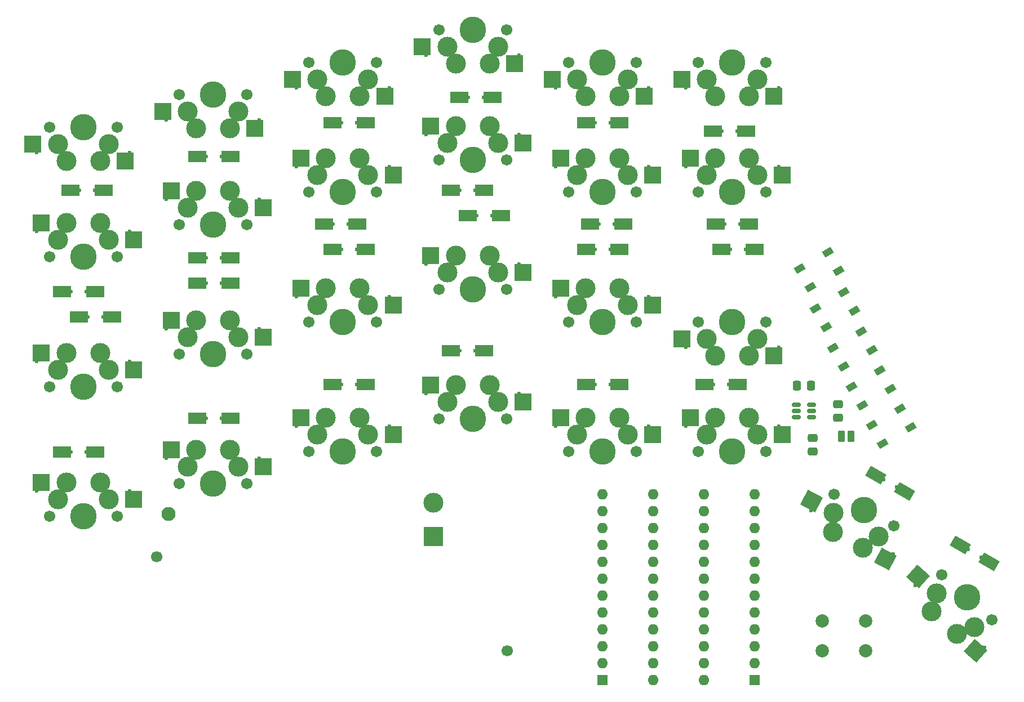
<source format=gbr>
%TF.GenerationSoftware,KiCad,Pcbnew,6.0.5-a6ca702e91~116~ubuntu22.04.1*%
%TF.CreationDate,2022-05-20T13:25:00-05:00*%
%TF.ProjectId,board,626f6172-642e-46b6-9963-61645f706362,rev?*%
%TF.SameCoordinates,Original*%
%TF.FileFunction,Soldermask,Top*%
%TF.FilePolarity,Negative*%
%FSLAX46Y46*%
G04 Gerber Fmt 4.6, Leading zero omitted, Abs format (unit mm)*
G04 Created by KiCad (PCBNEW 6.0.5-a6ca702e91~116~ubuntu22.04.1) date 2022-05-20 13:25:00*
%MOMM*%
%LPD*%
G01*
G04 APERTURE LIST*
G04 Aperture macros list*
%AMRoundRect*
0 Rectangle with rounded corners*
0 $1 Rounding radius*
0 $2 $3 $4 $5 $6 $7 $8 $9 X,Y pos of 4 corners*
0 Add a 4 corners polygon primitive as box body*
4,1,4,$2,$3,$4,$5,$6,$7,$8,$9,$2,$3,0*
0 Add four circle primitives for the rounded corners*
1,1,$1+$1,$2,$3*
1,1,$1+$1,$4,$5*
1,1,$1+$1,$6,$7*
1,1,$1+$1,$8,$9*
0 Add four rect primitives between the rounded corners*
20,1,$1+$1,$2,$3,$4,$5,0*
20,1,$1+$1,$4,$5,$6,$7,0*
20,1,$1+$1,$6,$7,$8,$9,0*
20,1,$1+$1,$8,$9,$2,$3,0*%
%AMRotRect*
0 Rectangle, with rotation*
0 The origin of the aperture is its center*
0 $1 length*
0 $2 width*
0 $3 Rotation angle, in degrees counterclockwise*
0 Add horizontal line*
21,1,$1,$2,0,0,$3*%
G04 Aperture macros list end*
%ADD10C,0.600000*%
%ADD11R,2.700000X1.700000*%
%ADD12RotRect,2.700000X1.700000X330.000000*%
%ADD13O,1.600000X1.600000*%
%ADD14R,1.600000X1.600000*%
%ADD15C,2.000000*%
%ADD16RoundRect,0.160000X-0.350000X-0.170000X0.350000X-0.170000X0.350000X0.170000X-0.350000X0.170000X0*%
%ADD17RotRect,1.500000X1.000000X30.000000*%
%ADD18C,3.000000*%
%ADD19C,3.987800*%
%ADD20C,1.701800*%
%ADD21RotRect,2.550000X2.500000X318.220000*%
%ADD22RotRect,2.550000X2.500000X332.190000*%
%ADD23R,2.550000X2.500000*%
%ADD24RoundRect,0.250000X-0.475000X0.337500X-0.475000X-0.337500X0.475000X-0.337500X0.475000X0.337500X0*%
%ADD25RoundRect,0.250000X-0.337500X-0.475000X0.337500X-0.475000X0.337500X0.475000X-0.337500X0.475000X0*%
%ADD26RoundRect,0.250000X0.475000X-0.337500X0.475000X0.337500X-0.475000X0.337500X-0.475000X-0.337500X0*%
%ADD27RoundRect,0.150000X-0.512500X-0.150000X0.512500X-0.150000X0.512500X0.150000X-0.512500X0.150000X0*%
%ADD28R,3.000000X3.000000*%
%ADD29C,2.110000*%
%ADD30C,1.700000*%
G04 APERTURE END LIST*
D10*
%TO.C,D20*%
X128150000Y-99060000D03*
D11*
X129500000Y-99060000D03*
X124500000Y-99060000D03*
D10*
X125850000Y-99060000D03*
%TD*%
%TO.C,D61*%
X219984071Y-123885000D03*
D12*
X218814936Y-123210000D03*
X223145064Y-125710000D03*
D10*
X221975929Y-125035000D03*
%TD*%
%TO.C,D60*%
X207284071Y-113360000D03*
D12*
X206114936Y-112685000D03*
X210445064Y-115185000D03*
D10*
X209275929Y-114510000D03*
%TD*%
%TO.C,D53*%
X183000000Y-60960000D03*
D11*
X181650000Y-60960000D03*
X186650000Y-60960000D03*
D10*
X185300000Y-60960000D03*
%TD*%
%TO.C,D52*%
X183410000Y-74930000D03*
D11*
X182060000Y-74930000D03*
X187060000Y-74930000D03*
D10*
X185710000Y-74930000D03*
%TD*%
%TO.C,D51*%
X184270000Y-78740000D03*
D11*
X182920000Y-78740000D03*
X187920000Y-78740000D03*
D10*
X186570000Y-78740000D03*
%TD*%
%TO.C,D50*%
X181730000Y-99060000D03*
D11*
X180380000Y-99060000D03*
X185380000Y-99060000D03*
D10*
X184030000Y-99060000D03*
%TD*%
%TO.C,D43*%
X166250000Y-59690000D03*
D11*
X167600000Y-59690000D03*
X162600000Y-59690000D03*
D10*
X163950000Y-59690000D03*
%TD*%
%TO.C,D42*%
X166885000Y-74930000D03*
D11*
X168235000Y-74930000D03*
X163235000Y-74930000D03*
D10*
X164585000Y-74930000D03*
%TD*%
%TO.C,D41*%
X166250000Y-78740000D03*
D11*
X167600000Y-78740000D03*
X162600000Y-78740000D03*
D10*
X163950000Y-78740000D03*
%TD*%
%TO.C,D40*%
X166250000Y-99060000D03*
D11*
X167600000Y-99060000D03*
X162600000Y-99060000D03*
D10*
X163950000Y-99060000D03*
%TD*%
%TO.C,D33*%
X147200000Y-55880000D03*
D11*
X148550000Y-55880000D03*
X143550000Y-55880000D03*
D10*
X144900000Y-55880000D03*
%TD*%
%TO.C,D32*%
X145930000Y-69850000D03*
D11*
X147280000Y-69850000D03*
X142280000Y-69850000D03*
D10*
X143630000Y-69850000D03*
%TD*%
%TO.C,D31*%
X148470000Y-73660000D03*
D11*
X149820000Y-73660000D03*
X144820000Y-73660000D03*
D10*
X146170000Y-73660000D03*
%TD*%
%TO.C,D30*%
X145930000Y-93980000D03*
D11*
X147280000Y-93980000D03*
X142280000Y-93980000D03*
D10*
X143630000Y-93980000D03*
%TD*%
%TO.C,D23*%
X128150000Y-59690000D03*
D11*
X129500000Y-59690000D03*
X124500000Y-59690000D03*
D10*
X125850000Y-59690000D03*
%TD*%
%TO.C,D22*%
X126880000Y-74930000D03*
D11*
X128230000Y-74930000D03*
X123230000Y-74930000D03*
D10*
X124580000Y-74930000D03*
%TD*%
%TO.C,D21*%
X128150000Y-78740000D03*
D11*
X129500000Y-78740000D03*
X124500000Y-78740000D03*
D10*
X125850000Y-78740000D03*
%TD*%
%TO.C,D13*%
X107830000Y-64770000D03*
D11*
X109180000Y-64770000D03*
X104180000Y-64770000D03*
D10*
X105530000Y-64770000D03*
%TD*%
%TO.C,D12*%
X107830000Y-80010000D03*
D11*
X109180000Y-80010000D03*
X104180000Y-80010000D03*
D10*
X105530000Y-80010000D03*
%TD*%
%TO.C,D11*%
X107830000Y-83820000D03*
D11*
X109180000Y-83820000D03*
X104180000Y-83820000D03*
D10*
X105530000Y-83820000D03*
%TD*%
%TO.C,D10*%
X107830000Y-104140000D03*
D11*
X109180000Y-104140000D03*
X104180000Y-104140000D03*
D10*
X105530000Y-104140000D03*
%TD*%
%TO.C,D03*%
X88780000Y-69850000D03*
D11*
X90130000Y-69850000D03*
X85130000Y-69850000D03*
D10*
X86480000Y-69850000D03*
%TD*%
%TO.C,D02*%
X87510000Y-85090000D03*
D11*
X88860000Y-85090000D03*
X83860000Y-85090000D03*
D10*
X85210000Y-85090000D03*
%TD*%
%TO.C,D01*%
X90050000Y-88900000D03*
D11*
X91400000Y-88900000D03*
X86400000Y-88900000D03*
D10*
X87750000Y-88900000D03*
%TD*%
%TO.C,D00*%
X87510000Y-109220000D03*
D11*
X88860000Y-109220000D03*
X83860000Y-109220000D03*
D10*
X85210000Y-109220000D03*
%TD*%
D13*
%TO.C,Nice!NanoV2*%
X180335000Y-143515000D03*
X180335000Y-140975000D03*
X180335000Y-138435000D03*
X180335000Y-135895000D03*
X180335000Y-133355000D03*
X180335000Y-130815000D03*
X180335000Y-128275000D03*
X180335000Y-125735000D03*
X180335000Y-123195000D03*
X180335000Y-120655000D03*
X180335000Y-118115000D03*
X180335000Y-115575000D03*
X165095000Y-115575000D03*
X165095000Y-118115000D03*
X165095000Y-120655000D03*
X165095000Y-123195000D03*
X165095000Y-125735000D03*
X165095000Y-128275000D03*
X165095000Y-130815000D03*
X165095000Y-133355000D03*
X165095000Y-135895000D03*
X165095000Y-138435000D03*
X165095000Y-140975000D03*
D14*
X165095000Y-143515000D03*
%TD*%
D15*
%TO.C,Reset1*%
X204620000Y-134620000D03*
X198120000Y-134620000D03*
X204620000Y-139120000D03*
X198120000Y-139120000D03*
%TD*%
D13*
%TO.C,Nice!NanoV2*%
X172725000Y-143515000D03*
X172725000Y-140975000D03*
X172725000Y-138435000D03*
X172725000Y-135895000D03*
X172725000Y-133355000D03*
X172725000Y-130815000D03*
X172725000Y-128275000D03*
X172725000Y-125735000D03*
X172725000Y-123195000D03*
X172725000Y-120655000D03*
X172725000Y-118115000D03*
X172725000Y-115575000D03*
X187965000Y-115575000D03*
X187965000Y-118115000D03*
X187965000Y-120655000D03*
X187965000Y-123195000D03*
X187965000Y-125735000D03*
X187965000Y-128275000D03*
X187965000Y-130815000D03*
X187965000Y-133355000D03*
X187965000Y-135895000D03*
X187965000Y-138435000D03*
X187965000Y-140975000D03*
D14*
X187965000Y-143515000D03*
%TD*%
D16*
%TO.C,LevelShift1*%
X202440000Y-106349998D03*
X202440000Y-106849998D03*
X202440000Y-107349998D03*
X200940000Y-107349998D03*
X200940000Y-106849998D03*
X200940000Y-106349998D03*
%TD*%
D17*
%TO.C,LED4*%
X198931762Y-79219359D03*
X200531762Y-81990641D03*
X196288238Y-84440641D03*
X194688238Y-81669359D03*
%TD*%
%TO.C,LED3*%
X197089113Y-87682453D03*
X198689113Y-90453735D03*
X202932637Y-88003735D03*
X201332637Y-85232453D03*
%TD*%
%TO.C,LED2*%
X199696251Y-93609032D03*
X201296251Y-96380314D03*
X205539775Y-93930314D03*
X203939775Y-91159032D03*
%TD*%
%TO.C,LED1*%
X202506538Y-99442023D03*
X204106538Y-102213305D03*
X208350062Y-99763305D03*
X206750062Y-96992023D03*
%TD*%
%TO.C,LED0*%
X205516622Y-105174466D03*
X207116622Y-107945748D03*
X211360146Y-105495748D03*
X209760146Y-102724466D03*
%TD*%
D18*
%TO.C,K61*%
X214536924Y-133212550D03*
X220964505Y-135549279D03*
D19*
X219815687Y-131116682D03*
D20*
X216027487Y-127732019D03*
X223603887Y-134501345D03*
D18*
X218325124Y-136597213D03*
X215282206Y-130472285D03*
D21*
X221121531Y-139095734D03*
X212485798Y-127973764D03*
D10*
X222485965Y-138611743D03*
X212068415Y-129303920D03*
%TD*%
%TO.C,K60*%
X196381928Y-118036954D03*
X208738387Y-124554532D03*
D22*
X196465848Y-116645379D03*
X207531153Y-125353601D03*
D18*
X199782721Y-118394908D03*
X204214279Y-123604072D03*
D20*
X208830937Y-120295828D03*
X199844421Y-115555772D03*
D19*
X204337679Y-117925800D03*
D18*
X206522608Y-121949950D03*
X199721022Y-121234044D03*
%TD*%
%TO.C,K53*%
X182020000Y-55720000D03*
X188370000Y-53180000D03*
D19*
X184560000Y-50640000D03*
D20*
X179480000Y-50640000D03*
X189640000Y-50640000D03*
D18*
X187100000Y-55720000D03*
X180750000Y-53180000D03*
D23*
X190850000Y-55720000D03*
X177000000Y-53180000D03*
D10*
X191545000Y-54450000D03*
X177575000Y-54450000D03*
%TD*%
D18*
%TO.C,K52*%
X187100000Y-65060000D03*
X180750000Y-67600000D03*
D19*
X184560000Y-70140000D03*
D20*
X189640000Y-70140000D03*
X179480000Y-70140000D03*
D18*
X182020000Y-65060000D03*
X188370000Y-67600000D03*
D23*
X178270000Y-65060000D03*
X192120000Y-67600000D03*
D10*
X177575000Y-66330000D03*
X191545000Y-66330000D03*
%TD*%
D18*
%TO.C,K51*%
X182020000Y-94720000D03*
X188370000Y-92180000D03*
D19*
X184560000Y-89640000D03*
D20*
X179480000Y-89640000D03*
X189640000Y-89640000D03*
D18*
X187100000Y-94720000D03*
X180750000Y-92180000D03*
D23*
X190850000Y-94720000D03*
X177000000Y-92180000D03*
D10*
X191545000Y-93450000D03*
X177575000Y-93450000D03*
%TD*%
D18*
%TO.C,K50*%
X187100000Y-104060000D03*
X180750000Y-106600000D03*
D19*
X184560000Y-109140000D03*
D20*
X189640000Y-109140000D03*
X179480000Y-109140000D03*
D18*
X182020000Y-104060000D03*
X188370000Y-106600000D03*
D23*
X178270000Y-104060000D03*
X192120000Y-106600000D03*
D10*
X177575000Y-105330000D03*
X191545000Y-105330000D03*
%TD*%
D18*
%TO.C,K43*%
X162520000Y-55720000D03*
X168870000Y-53180000D03*
D19*
X165060000Y-50640000D03*
D20*
X159980000Y-50640000D03*
X170140000Y-50640000D03*
D18*
X167600000Y-55720000D03*
X161250000Y-53180000D03*
D23*
X171350000Y-55720000D03*
X157500000Y-53180000D03*
D10*
X172045000Y-54450000D03*
X158075000Y-54450000D03*
%TD*%
D18*
%TO.C,K42*%
X167600000Y-65060000D03*
X161250000Y-67600000D03*
D19*
X165060000Y-70140000D03*
D20*
X170140000Y-70140000D03*
X159980000Y-70140000D03*
D18*
X162520000Y-65060000D03*
X168870000Y-67600000D03*
D23*
X158770000Y-65060000D03*
X172620000Y-67600000D03*
D10*
X158075000Y-66330000D03*
X172045000Y-66330000D03*
%TD*%
D18*
%TO.C,K41*%
X167600000Y-84560000D03*
X161250000Y-87100000D03*
D19*
X165060000Y-89640000D03*
D20*
X170140000Y-89640000D03*
X159980000Y-89640000D03*
D18*
X162520000Y-84560000D03*
X168870000Y-87100000D03*
D23*
X158770000Y-84560000D03*
X172620000Y-87100000D03*
D10*
X158075000Y-85830000D03*
X172045000Y-85830000D03*
%TD*%
D18*
%TO.C,K40*%
X167600000Y-104060000D03*
X161250000Y-106600000D03*
D19*
X165060000Y-109140000D03*
D20*
X170140000Y-109140000D03*
X159980000Y-109140000D03*
D18*
X162520000Y-104060000D03*
X168870000Y-106600000D03*
D23*
X158770000Y-104060000D03*
X172620000Y-106600000D03*
D10*
X158075000Y-105330000D03*
X172045000Y-105330000D03*
%TD*%
D18*
%TO.C,K33*%
X143020000Y-50845000D03*
X149370000Y-48305000D03*
D19*
X145560000Y-45765000D03*
D20*
X140480000Y-45765000D03*
X150640000Y-45765000D03*
D18*
X148100000Y-50845000D03*
X141750000Y-48305000D03*
D23*
X151850000Y-50845000D03*
X138000000Y-48305000D03*
D10*
X152545000Y-49575000D03*
X138575000Y-49575000D03*
%TD*%
D18*
%TO.C,K32*%
X148100000Y-60185000D03*
X141750000Y-62725000D03*
D19*
X145560000Y-65265000D03*
D20*
X150640000Y-65265000D03*
X140480000Y-65265000D03*
D18*
X143020000Y-60185000D03*
X149370000Y-62725000D03*
D23*
X139270000Y-60185000D03*
X153120000Y-62725000D03*
D10*
X138575000Y-61455000D03*
X152545000Y-61455000D03*
%TD*%
D18*
%TO.C,K31*%
X148100000Y-79685000D03*
X141750000Y-82225000D03*
D19*
X145560000Y-84765000D03*
D20*
X150640000Y-84765000D03*
X140480000Y-84765000D03*
D18*
X143020000Y-79685000D03*
X149370000Y-82225000D03*
D23*
X139270000Y-79685000D03*
X153120000Y-82225000D03*
D10*
X138575000Y-80955000D03*
X152545000Y-80955000D03*
%TD*%
D18*
%TO.C,K30*%
X148100000Y-99185000D03*
X141750000Y-101725000D03*
D19*
X145560000Y-104265000D03*
D20*
X150640000Y-104265000D03*
X140480000Y-104265000D03*
D18*
X143020000Y-99185000D03*
X149370000Y-101725000D03*
D23*
X139270000Y-99185000D03*
X153120000Y-101725000D03*
D10*
X138575000Y-100455000D03*
X152545000Y-100455000D03*
%TD*%
D18*
%TO.C,K23*%
X123520000Y-55720000D03*
X129870000Y-53180000D03*
D19*
X126060000Y-50640000D03*
D20*
X120980000Y-50640000D03*
X131140000Y-50640000D03*
D18*
X128600000Y-55720000D03*
X122250000Y-53180000D03*
D23*
X132350000Y-55720000D03*
X118500000Y-53180000D03*
D10*
X133045000Y-54450000D03*
X119075000Y-54450000D03*
%TD*%
D18*
%TO.C,K22*%
X128600000Y-65060000D03*
X122250000Y-67600000D03*
D19*
X126060000Y-70140000D03*
D20*
X131140000Y-70140000D03*
X120980000Y-70140000D03*
D18*
X123520000Y-65060000D03*
X129870000Y-67600000D03*
D23*
X119770000Y-65060000D03*
X133620000Y-67600000D03*
D10*
X119075000Y-66330000D03*
X133045000Y-66330000D03*
%TD*%
D18*
%TO.C,K21*%
X128600000Y-84560000D03*
X122250000Y-87100000D03*
D19*
X126060000Y-89640000D03*
D20*
X131140000Y-89640000D03*
X120980000Y-89640000D03*
D18*
X123520000Y-84560000D03*
X129870000Y-87100000D03*
D23*
X119770000Y-84560000D03*
X133620000Y-87100000D03*
D10*
X119075000Y-85830000D03*
X133045000Y-85830000D03*
%TD*%
D18*
%TO.C,K20*%
X128600000Y-104060000D03*
X122250000Y-106600000D03*
D19*
X126060000Y-109140000D03*
D20*
X131140000Y-109140000D03*
X120980000Y-109140000D03*
D18*
X123520000Y-104060000D03*
X129870000Y-106600000D03*
D23*
X119770000Y-104060000D03*
X133620000Y-106600000D03*
D10*
X119075000Y-105330000D03*
X133045000Y-105330000D03*
%TD*%
D18*
%TO.C,K13*%
X104020000Y-60595000D03*
X110370000Y-58055000D03*
D19*
X106560000Y-55515000D03*
D20*
X101480000Y-55515000D03*
X111640000Y-55515000D03*
D18*
X109100000Y-60595000D03*
X102750000Y-58055000D03*
D23*
X112850000Y-60595000D03*
X99000000Y-58055000D03*
D10*
X113545000Y-59325000D03*
X99575000Y-59325000D03*
%TD*%
D18*
%TO.C,K12*%
X109100000Y-69935000D03*
X102750000Y-72475000D03*
D19*
X106560000Y-75015000D03*
D20*
X111640000Y-75015000D03*
X101480000Y-75015000D03*
D18*
X104020000Y-69935000D03*
X110370000Y-72475000D03*
D23*
X100270000Y-69935000D03*
X114120000Y-72475000D03*
D10*
X99575000Y-71205000D03*
X113545000Y-71205000D03*
%TD*%
D18*
%TO.C,K11*%
X109100000Y-89435000D03*
X102750000Y-91975000D03*
D19*
X106560000Y-94515000D03*
D20*
X111640000Y-94515000D03*
X101480000Y-94515000D03*
D18*
X104020000Y-89435000D03*
X110370000Y-91975000D03*
D23*
X100270000Y-89435000D03*
X114120000Y-91975000D03*
D10*
X99575000Y-90705000D03*
X113545000Y-90705000D03*
%TD*%
D18*
%TO.C,K10*%
X109100000Y-108935000D03*
X102750000Y-111475000D03*
D19*
X106560000Y-114015000D03*
D20*
X111640000Y-114015000D03*
X101480000Y-114015000D03*
D18*
X104020000Y-108935000D03*
X110370000Y-111475000D03*
D23*
X100270000Y-108935000D03*
X114120000Y-111475000D03*
D10*
X99575000Y-110205000D03*
X113545000Y-110205000D03*
%TD*%
D18*
%TO.C,K03*%
X84520000Y-65470000D03*
X90870000Y-62930000D03*
D19*
X87060000Y-60390000D03*
D20*
X81980000Y-60390000D03*
X92140000Y-60390000D03*
D18*
X89600000Y-65470000D03*
X83250000Y-62930000D03*
D23*
X93350000Y-65470000D03*
X79500000Y-62930000D03*
D10*
X94045000Y-64200000D03*
X80075000Y-64200000D03*
%TD*%
D18*
%TO.C,K02*%
X89600000Y-74810000D03*
X83250000Y-77350000D03*
D19*
X87060000Y-79890000D03*
D20*
X92140000Y-79890000D03*
X81980000Y-79890000D03*
D18*
X84520000Y-74810000D03*
X90870000Y-77350000D03*
D23*
X80770000Y-74810000D03*
X94620000Y-77350000D03*
D10*
X80075000Y-76080000D03*
X94045000Y-76080000D03*
%TD*%
D18*
%TO.C,K01*%
X89600000Y-94310000D03*
X83250000Y-96850000D03*
D19*
X87060000Y-99390000D03*
D20*
X92140000Y-99390000D03*
X81980000Y-99390000D03*
D18*
X84520000Y-94310000D03*
X90870000Y-96850000D03*
D23*
X80770000Y-94310000D03*
X94620000Y-96850000D03*
D10*
X80075000Y-95580000D03*
X94045000Y-95580000D03*
%TD*%
D18*
%TO.C,K00*%
X89600000Y-113810000D03*
X83250000Y-116350000D03*
D19*
X87060000Y-118890000D03*
D20*
X92140000Y-118890000D03*
X81980000Y-118890000D03*
D18*
X84520000Y-113810000D03*
X90870000Y-116350000D03*
D23*
X80770000Y-113810000D03*
X94620000Y-116350000D03*
D10*
X80075000Y-115080000D03*
X94045000Y-115080000D03*
%TD*%
D24*
%TO.C,C3*%
X200420000Y-104077498D03*
X200420000Y-102002498D03*
%TD*%
D25*
%TO.C,C2*%
X196377500Y-99229998D03*
X194302500Y-99229998D03*
%TD*%
D26*
%TO.C,C1*%
X196610000Y-109157498D03*
X196610000Y-107082498D03*
%TD*%
D27*
%TO.C,BoostConverter1*%
X196477500Y-102089998D03*
X196477500Y-103039998D03*
X196477500Y-103989998D03*
X194202500Y-103989998D03*
X194202500Y-103039998D03*
X194202500Y-102089998D03*
%TD*%
D28*
%TO.C,BatteryJmp1*%
X139700000Y-121920000D03*
D18*
X139700000Y-116840000D03*
%TD*%
D29*
%TO.C,Battery1*%
X99872609Y-118555478D03*
D30*
X98138521Y-125027181D03*
X150781479Y-139132819D03*
%TD*%
M02*

</source>
